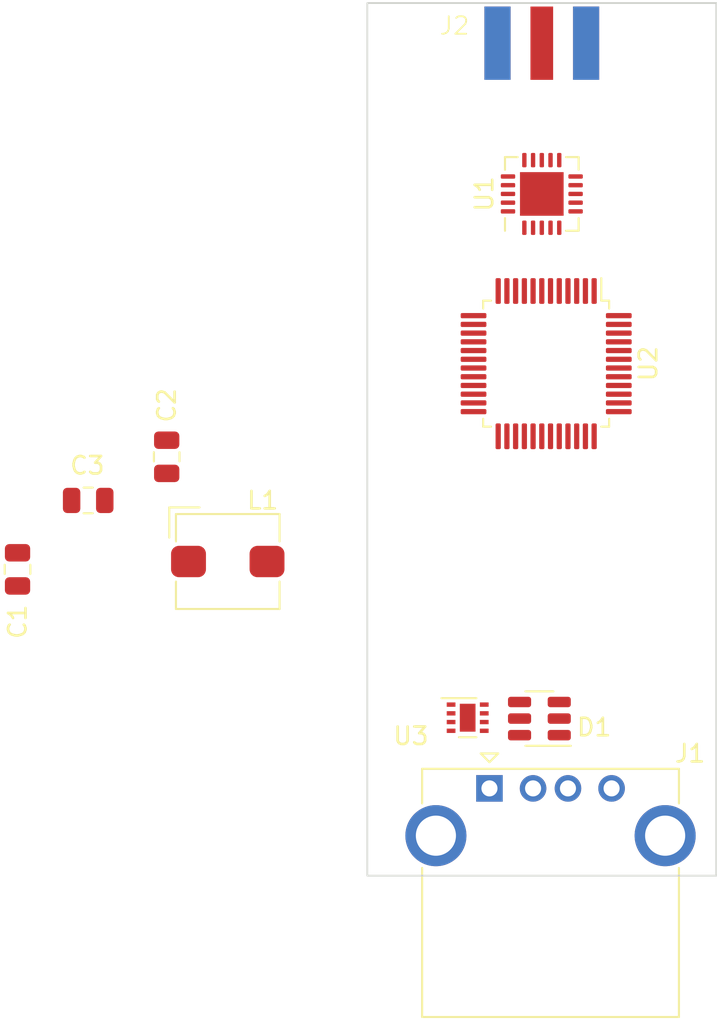
<source format=kicad_pcb>
(kicad_pcb (version 20221018) (generator pcbnew)
  (layers (0 "F.Cu" signal) (1 "In1.Cu" signal) (2 "In2.Cu" signal) (31 "B.Cu" signal) (34 "B.Paste" user) (35 "F.Paste" user) (36 "B.SilkS" user "B.Silkscreen") (37 "F.SilkS" user "F.Silkscreen") (38 "B.Mask" user) (39 "F.Mask" user) (44 "Edge.Cuts" user))
  (net 0 "")
  (net 2 "GND")
  (net 40 "Net-(U2-VSS-Pad23)")
  (net 59 "CS")
  (net 60 "SCLK")
  (net 61 "MOSI")
  (net 62 "MISO")
  (net 63 "D-")
  (net 64 "D+")
  (net 65 "5V")
  (net 66 "3V3")
  (net 68 "EN")
  (net 69 "/SW")
  (footprint "Connector_USB:USB_A_CONNFLY_DS1095-WNR0" (layer "F.Cu") (at 157 115)
    (fp_text reference "J1" (at 11.5 -2) (layer "F.SilkS"))
    (fp_text value "USB_A")
    (fp_line (start -3.86 -1.12) (end -3.86 0.86) (stroke (width 0.12)) (layer "F.SilkS"))
    (fp_line (start -3.86 -1.12) (end 10.86 -1.12) (stroke (width 0.12)) (layer "F.SilkS"))
    (fp_line (start -3.86 4.56) (end -3.86 13.1) (stroke (width 0.12)) (layer "F.SilkS"))
    (fp_line (start -3.86 13.1) (end 10.86 13.1) (stroke (width 0.12)) (layer "F.SilkS"))
    (fp_line (start -0.5 -2) (end 0 -1.5) (stroke (width 0.12)) (layer "F.SilkS"))
    (fp_line (start 0 -1.5) (end 0.5 -2) (stroke (width 0.12)) (layer "F.SilkS"))
    (fp_line (start 0.5 -2) (end -0.5 -2) (stroke (width 0.12)) (layer "F.SilkS"))
    (fp_line (start 10.86 0.86) (end 10.86 -1.12) (stroke (width 0.12)) (layer "F.SilkS"))
    (fp_line (start 10.86 4.56) (end 10.86 13.1) (stroke (width 0.12)) (layer "F.SilkS"))
    (pad "1" thru_hole rect (at 0 0) (size 1.524 1.524) (drill 0.92) (layers "*.Cu" "*.Mask") (net 65 "5V"))
    (pad "2" thru_hole circle (at 2.5 0) (size 1.524 1.524) (drill 0.92) (layers "*.Cu" "*.Mask") (net 64 "D+"))
    (pad "3" thru_hole circle (at 4.5 0) (size 1.524 1.524) (drill 0.92) (layers "*.Cu" "*.Mask") (net 63 "D-"))
    (pad "4" thru_hole circle (at 7 0) (size 1.524 1.524) (drill 0.92) (layers "*.Cu" "*.Mask") (net 2 "GND"))
    (pad "5" thru_hole circle (at -3.07 2.71) (size 3.5 3.5) (drill 2.3) (layers "*.Cu" "*.Mask") (net 2 "GND"))
    (pad "5" thru_hole circle (at 10.07 2.71) (size 3.5 3.5) (drill 2.3) (layers "*.Cu" "*.Mask") (net 2 "GND"))
  )
  (footprint "Package_DFN_QFN:QFN-20-1EP_4x4mm_P0.5mm_EP2.5x2.5mm" (layer "F.Cu") (at 160 80.9375 90)
    (fp_text reference "U1" (at 0 -3.3 90) (layer "F.SilkS"))
    (fp_text value "SPIRIT1")
    (fp_line (start -2.11 2.11) (end -2.11 1.385) (stroke (width 0.12)) (layer "F.SilkS"))
    (fp_line (start -1.385 -2.11) (end -2.11 -2.11) (stroke (width 0.12)) (layer "F.SilkS"))
    (fp_line (start -1.385 2.11) (end -2.11 2.11) (stroke (width 0.12)) (layer "F.SilkS"))
    (fp_line (start 1.385 -2.11) (end 2.11 -2.11) (stroke (width 0.12)) (layer "F.SilkS"))
    (fp_line (start 1.385 2.11) (end 2.11 2.11) (stroke (width 0.12)) (layer "F.SilkS"))
    (fp_line (start 2.11 -2.11) (end 2.11 -1.385) (stroke (width 0.12)) (layer "F.SilkS"))
    (fp_line (start 2.11 2.11) (end 2.11 1.385) (stroke (width 0.12)) (layer "F.SilkS"))
    (pad "1" smd roundrect (at -1.9375 -1 90) (size 0.825 0.25) (layers "F.Cu" "F.Paste" "F.Mask"))
    (pad "2" smd roundrect (at -1.9375 -0.5 90) (size 0.825 0.25) (layers "F.Cu" "F.Paste" "F.Mask") (net 62 "MISO"))
    (pad "3" smd roundrect (at -1.9375 0 90) (size 0.825 0.25) (layers "F.Cu" "F.Paste" "F.Mask") (net 61 "MOSI"))
    (pad "4" smd roundrect (at -1.9375 0.5 90) (size 0.825 0.25) (layers "F.Cu" "F.Paste" "F.Mask") (net 60 "SCLK"))
    (pad "5" smd roundrect (at -1.9375 1 90) (size 0.825 0.25) (layers "F.Cu" "F.Paste" "F.Mask") (net 59 "CS"))
    (pad "6" smd roundrect (at -1 1.9375 90) (size 0.25 0.825) (layers "F.Cu" "F.Paste" "F.Mask"))
    (pad "7" smd roundrect (at -0.5 1.9375 90) (size 0.25 0.825) (layers "F.Cu" "F.Paste" "F.Mask"))
    (pad "8" smd roundrect (at 0 1.9375 90) (size 0.25 0.825) (layers "F.Cu" "F.Paste" "F.Mask"))
    (pad "9" smd roundrect (at 0.5 1.9375 90) (size 0.25 0.825) (layers "F.Cu" "F.Paste" "F.Mask"))
    (pad "10" smd roundrect (at 1 1.9375 90) (size 0.25 0.825) (layers "F.Cu" "F.Paste" "F.Mask"))
    (pad "11" smd roundrect (at 1.9375 1 90) (size 0.825 0.25) (layers "F.Cu" "F.Paste" "F.Mask") (net 2 "GND"))
    (pad "12" smd roundrect (at 1.9375 0.5 90) (size 0.825 0.25) (layers "F.Cu" "F.Paste" "F.Mask"))
    (pad "13" smd roundrect (at 1.9375 0 90) (size 0.825 0.25) (layers "F.Cu" "F.Paste" "F.Mask"))
    (pad "14" smd roundrect (at 1.9375 -0.5 90) (size 0.825 0.25) (layers "F.Cu" "F.Paste" "F.Mask"))
    (pad "15" smd roundrect (at 1.9375 -1 90) (size 0.825 0.25) (layers "F.Cu" "F.Paste" "F.Mask"))
    (pad "16" smd roundrect (at 1 -1.9375 90) (size 0.25 0.825) (layers "F.Cu" "F.Paste" "F.Mask"))
    (pad "17" smd roundrect (at 0.5 -1.9375 90) (size 0.25 0.825) (layers "F.Cu" "F.Paste" "F.Mask"))
    (pad "18" smd roundrect (at 0 -1.9375 90) (size 0.25 0.825) (layers "F.Cu" "F.Paste" "F.Mask"))
    (pad "19" smd roundrect (at -0.5 -1.9375 90) (size 0.25 0.825) (layers "F.Cu" "F.Paste" "F.Mask"))
    (pad "20" smd roundrect (at -1 -1.9375 90) (size 0.25 0.825) (layers "F.Cu" "F.Paste" "F.Mask"))
    (pad "21" smd rect (at 0 0 90) (size 2.5 2.5) (layers "F.Cu" "F.Mask") (net 2 "GND"))
  )
  (footprint "Package_SON:WSON-8-1EP_2x2mm_P0.5mm_EP0.9x1.6mm" (layer "F.Cu") (at 155.75 110.95)
    (fp_text reference "U3" (at -3.25 1.05) (layer "F.SilkS"))
    (fp_text value "LM3676-3.3" hide)
    (fp_line (start -1.5 -1.12) (end 0.5 -1.12) (stroke (width 0.12)) (layer "F.SilkS"))
    (fp_line (start 0.5 1.12) (end -0.5 1.12) (stroke (width 0.12)) (layer "F.SilkS"))
    (pad "1" smd rect (at -0.95 -0.75) (size 0.5 0.25) (layers "F.Cu" "F.Paste" "F.Mask") (net 2 "GND"))
    (pad "2" smd rect (at -0.95 -0.25) (size 0.5 0.25) (layers "F.Cu" "F.Paste" "F.Mask") (net 69 "/SW"))
    (pad "3" smd rect (at -0.95 0.25) (size 0.5 0.25) (layers "F.Cu" "F.Paste" "F.Mask") (net 2 "GND"))
    (pad "4" smd rect (at -0.95 0.75) (size 0.5 0.25) (layers "F.Cu" "F.Paste" "F.Mask") (net 66 "3V3"))
    (pad "5" smd rect (at 0.95 0.75) (size 0.5 0.25) (layers "F.Cu" "F.Paste" "F.Mask") (net 68 "EN"))
    (pad "6" smd rect (at 0.95 0.25) (size 0.5 0.25) (layers "F.Cu" "F.Paste" "F.Mask"))
    (pad "7" smd rect (at 0.95 -0.25) (size 0.5 0.25) (layers "F.Cu" "F.Paste" "F.Mask") (net 2 "GND"))
    (pad "8" smd rect (at 0.95 -0.75) (size 0.5 0.25) (layers "F.Cu" "F.Paste" "F.Mask") (net 65 "5V"))
    (pad "9" smd rect (at 0 0) (size 0.9 1.6) (layers "F.Cu" "F.Mask"))
  )
  (footprint "Package_QFP:LQFP-48_7x7mm_P0.5mm" (layer "F.Cu") (at 160.25 90.6625 -90)
    (fp_text reference "U2" (at 0 -5.85 90) (layer "F.SilkS"))
    (fp_text value "STM32F070C6Tx" hide)
    (fp_line (start -3.61 -3.61) (end -3.61 -3.16) (stroke (width 0.12)) (layer "F.SilkS"))
    (fp_line (start -3.61 -3.16) (end -4.9 -3.16) (stroke (width 0.12)) (layer "F.SilkS"))
    (fp_line (start -3.61 3.61) (end -3.61 3.16) (stroke (width 0.12)) (layer "F.SilkS"))
    (fp_line (start -3.16 -3.61) (end -3.61 -3.61) (stroke (width 0.12)) (layer "F.SilkS"))
    (fp_line (start -3.16 3.61) (end -3.61 3.61) (stroke (width 0.12)) (layer "F.SilkS"))
    (fp_line (start 3.16 -3.61) (end 3.61 -3.61) (stroke (width 0.12)) (layer "F.SilkS"))
    (fp_line (start 3.16 3.61) (end 3.61 3.61) (stroke (width 0.12)) (layer "F.SilkS"))
    (fp_line (start 3.61 -3.61) (end 3.61 -3.16) (stroke (width 0.12)) (layer "F.SilkS"))
    (fp_line (start 3.61 3.61) (end 3.61 3.16) (stroke (width 0.12)) (layer "F.SilkS"))
    (pad "1" smd roundrect (at -4.1625 -2.75 270) (size 1.475 0.3) (layers "F.Cu" "F.Paste" "F.Mask"))
    (pad "2" smd roundrect (at -4.1625 -2.25 270) (size 1.475 0.3) (layers "F.Cu" "F.Paste" "F.Mask"))
    (pad "3" smd roundrect (at -4.1625 -1.75 270) (size 1.475 0.3) (layers "F.Cu" "F.Paste" "F.Mask"))
    (pad "4" smd roundrect (at -4.1625 -1.25 270) (size 1.475 0.3) (layers "F.Cu" "F.Paste" "F.Mask"))
    (pad "5" smd roundrect (at -4.1625 -0.75 270) (size 1.475 0.3) (layers "F.Cu" "F.Paste" "F.Mask"))
    (pad "6" smd roundrect (at -4.1625 -0.25 270) (size 1.475 0.3) (layers "F.Cu" "F.Paste" "F.Mask"))
    (pad "7" smd roundrect (at -4.1625 0.25 270) (size 1.475 0.3) (layers "F.Cu" "F.Paste" "F.Mask"))
    (pad "8" smd roundrect (at -4.1625 0.75 270) (size 1.475 0.3) (layers "F.Cu" "F.Paste" "F.Mask"))
    (pad "9" smd roundrect (at -4.1625 1.25 270) (size 1.475 0.3) (layers "F.Cu" "F.Paste" "F.Mask"))
    (pad "10" smd roundrect (at -4.1625 1.75 270) (size 1.475 0.3) (layers "F.Cu" "F.Paste" "F.Mask"))
    (pad "11" smd roundrect (at -4.1625 2.25 270) (size 1.475 0.3) (layers "F.Cu" "F.Paste" "F.Mask"))
    (pad "12" smd roundrect (at -4.1625 2.75 270) (size 1.475 0.3) (layers "F.Cu" "F.Paste" "F.Mask"))
    (pad "13" smd roundrect (at -2.75 4.1625 270) (size 0.3 1.475) (layers "F.Cu" "F.Paste" "F.Mask"))
    (pad "14" smd roundrect (at -2.25 4.1625 270) (size 0.3 1.475) (layers "F.Cu" "F.Paste" "F.Mask"))
    (pad "15" smd roundrect (at -1.75 4.1625 270) (size 0.3 1.475) (layers "F.Cu" "F.Paste" "F.Mask"))
    (pad "16" smd roundrect (at -1.25 4.1625 270) (size 0.3 1.475) (layers "F.Cu" "F.Paste" "F.Mask"))
    (pad "17" smd roundrect (at -0.75 4.1625 270) (size 0.3 1.475) (layers "F.Cu" "F.Paste" "F.Mask"))
    (pad "18" smd roundrect (at -0.25 4.1625 270) (size 0.3 1.475) (layers "F.Cu" "F.Paste" "F.Mask"))
    (pad "19" smd roundrect (at 0.25 4.1625 270) (size 0.3 1.475) (layers "F.Cu" "F.Paste" "F.Mask"))
    (pad "20" smd roundrect (at 0.75 4.1625 270) (size 0.3 1.475) (layers "F.Cu" "F.Paste" "F.Mask"))
    (pad "21" smd roundrect (at 1.25 4.1625 270) (size 0.3 1.475) (layers "F.Cu" "F.Paste" "F.Mask"))
    (pad "22" smd roundrect (at 1.75 4.1625 270) (size 0.3 1.475) (layers "F.Cu" "F.Paste" "F.Mask"))
    (pad "23" smd roundrect (at 2.25 4.1625 270) (size 0.3 1.475) (layers "F.Cu" "F.Paste" "F.Mask") (net 40 "Net-(U2-VSS-Pad23)"))
    (pad "24" smd roundrect (at 2.75 4.1625 270) (size 0.3 1.475) (layers "F.Cu" "F.Paste" "F.Mask"))
    (pad "25" smd roundrect (at 4.1625 2.75 270) (size 1.475 0.3) (layers "F.Cu" "F.Paste" "F.Mask"))
    (pad "26" smd roundrect (at 4.1625 2.25 270) (size 1.475 0.3) (layers "F.Cu" "F.Paste" "F.Mask"))
    (pad "27" smd roundrect (at 4.1625 1.75 270) (size 1.475 0.3) (layers "F.Cu" "F.Paste" "F.Mask"))
    (pad "28" smd roundrect (at 4.1625 1.25 270) (size 1.475 0.3) (layers "F.Cu" "F.Paste" "F.Mask"))
    (pad "29" smd roundrect (at 4.1625 0.75 270) (size 1.475 0.3) (layers "F.Cu" "F.Paste" "F.Mask"))
    (pad "30" smd roundrect (at 4.1625 0.25 270) (size 1.475 0.3) (layers "F.Cu" "F.Paste" "F.Mask"))
    (pad "31" smd roundrect (at 4.1625 -0.25 270) (size 1.475 0.3) (layers "F.Cu" "F.Paste" "F.Mask"))
    (pad "32" smd roundrect (at 4.1625 -0.75 270) (size 1.475 0.3) (layers "F.Cu" "F.Paste" "F.Mask") (net 63 "D-"))
    (pad "33" smd roundrect (at 4.1625 -1.25 270) (size 1.475 0.3) (layers "F.Cu" "F.Paste" "F.Mask") (net 64 "D+"))
    (pad "34" smd roundrect (at 4.1625 -1.75 270) (size 1.475 0.3) (layers "F.Cu" "F.Paste" "F.Mask"))
    (pad "35" smd roundrect (at 4.1625 -2.25 270) (size 1.475 0.3) (layers "F.Cu" "F.Paste" "F.Mask") (net 40 "Net-(U2-VSS-Pad23)"))
    (pad "36" smd roundrect (at 4.1625 -2.75 270) (size 1.475 0.3) (layers "F.Cu" "F.Paste" "F.Mask"))
    (pad "37" smd roundrect (at 2.75 -4.1625 270) (size 0.3 1.475) (layers "F.Cu" "F.Paste" "F.Mask"))
    (pad "38" smd roundrect (at 2.25 -4.1625 270) (size 0.3 1.475) (layers "F.Cu" "F.Paste" "F.Mask"))
    (pad "39" smd roundrect (at 1.75 -4.1625 270) (size 0.3 1.475) (layers "F.Cu" "F.Paste" "F.Mask") (net 60 "SCLK"))
    (pad "40" smd roundrect (at 1.25 -4.1625 270) (size 0.3 1.475) (layers "F.Cu" "F.Paste" "F.Mask") (net 62 "MISO"))
    (pad "41" smd roundrect (at 0.75 -4.1625 270) (size 0.3 1.475) (layers "F.Cu" "F.Paste" "F.Mask") (net 61 "MOSI"))
    (pad "42" smd roundrect (at 0.25 -4.1625 270) (size 0.3 1.475) (layers "F.Cu" "F.Paste" "F.Mask") (net 59 "CS"))
    (pad "43" smd roundrect (at -0.25 -4.1625 270) (size 0.3 1.475) (layers "F.Cu" "F.Paste" "F.Mask"))
    (pad "44" smd roundrect (at -0.75 -4.1625 270) (size 0.3 1.475) (layers "F.Cu" "F.Paste" "F.Mask"))
    (pad "45" smd roundrect (at -1.25 -4.1625 270) (size 0.3 1.475) (layers "F.Cu" "F.Paste" "F.Mask"))
    (pad "46" smd roundrect (at -1.75 -4.1625 270) (size 0.3 1.475) (layers "F.Cu" "F.Paste" "F.Mask"))
    (pad "47" smd roundrect (at -2.25 -4.1625 270) (size 0.3 1.475) (layers "F.Cu" "F.Paste" "F.Mask") (net 40 "Net-(U2-VSS-Pad23)"))
    (pad "48" smd roundrect (at -2.75 -4.1625 270) (size 0.3 1.475) (layers "F.Cu" "F.Paste" "F.Mask"))
  )
  (footprint "Package_TO_SOT_SMD:TSOT-23-6" (layer "F.Cu") (at 159.8625 111 180)
    (fp_text reference "D1" (at -3.1375 -0.5) (layer "F.SilkS"))
    (fp_text value "DTS2042-04TS" hide)
    (fp_line (start 0 -1.56) (end -1.8 -1.56) (stroke (width 0.12)) (layer "F.SilkS"))
    (fp_line (start 0 -1.56) (end 0.8 -1.56) (stroke (width 0.12)) (layer "F.SilkS"))
    (fp_line (start 0 1.56) (end -0.8 1.56) (stroke (width 0.12)) (layer "F.SilkS"))
    (fp_line (start 0 1.56) (end 0.8 1.56) (stroke (width 0.12)) (layer "F.SilkS"))
    (pad "1" smd roundrect (at -1.1375 -0.95 180) (size 1.325 0.6) (layers "F.Cu" "F.Paste" "F.Mask") (net 64 "D+"))
    (pad "2" smd roundrect (at -1.1375 0 180) (size 1.325 0.6) (layers "F.Cu" "F.Paste" "F.Mask") (net 2 "GND"))
    (pad "3" smd roundrect (at -1.1375 0.95 180) (size 1.325 0.6) (layers "F.Cu" "F.Paste" "F.Mask") (net 63 "D-"))
    (pad "4" smd roundrect (at 1.1375 0.95 180) (size 1.325 0.6) (layers "F.Cu" "F.Paste" "F.Mask") (net 65 "5V"))
    (pad "5" smd roundrect (at 1.1375 0 180) (size 1.325 0.6) (layers "F.Cu" "F.Paste" "F.Mask"))
    (pad "6" smd roundrect (at 1.1375 -0.95 180) (size 1.325 0.6) (layers "F.Cu" "F.Paste" "F.Mask") (net 65 "5V"))
  )
  (footprint "Capacitor_SMD:C_0805_2012Metric" (layer "F.Cu") (at 138.5 96 -90)
    (fp_text reference "C2" (at -2.95 0 90) (layer "F.SilkS"))
    (fp_text value "10u" hide)
    (fp_line (start -0.261252 -0.735) (end 0.261252 -0.735) (stroke (width 0.12)) (layer "F.SilkS"))
    (fp_line (start -0.261252 0.735) (end 0.261252 0.735) (stroke (width 0.12)) (layer "F.SilkS"))
    (pad "1" smd roundrect (at -0.95 0 270) (size 1 1.45) (layers "F.Cu" "F.Paste" "F.Mask") (net 66 "3V3"))
    (pad "2" smd roundrect (at 0.95 0 270) (size 1 1.45) (layers "F.Cu" "F.Paste" "F.Mask") (net 2 "GND"))
  )
  (footprint "Capacitor_SMD:C_0805_2012Metric" (layer "F.Cu") (at 129.95 102.45 90)
    (fp_text reference "C1" (at -3 0 90) (layer "F.SilkS"))
    (fp_text value "4u7" hide)
    (fp_line (start -0.261252 -0.735) (end 0.261252 -0.735) (stroke (width 0.12)) (layer "F.SilkS"))
    (fp_line (start -0.261252 0.735) (end 0.261252 0.735) (stroke (width 0.12)) (layer "F.SilkS"))
    (pad "1" smd roundrect (at -0.95 0 90) (size 1 1.45) (layers "F.Cu" "F.Paste" "F.Mask") (net 65 "5V"))
    (pad "2" smd roundrect (at 0.95 0 90) (size 1 1.45) (layers "F.Cu" "F.Paste" "F.Mask") (net 2 "GND"))
  )
  (footprint "Capacitor_SMD:C_0805_2012Metric" (layer "F.Cu") (at 134 98.5 180)
    (fp_text reference "C3" (at 0.05 2) (layer "F.SilkS"))
    (fp_text value "100n" hide)
    (fp_line (start -0.261252 -0.735) (end 0.261252 -0.735) (stroke (width 0.12)) (layer "F.SilkS"))
    (fp_line (start -0.261252 0.735) (end 0.261252 0.735) (stroke (width 0.12)) (layer "F.SilkS"))
    (pad "1" smd roundrect (at -0.95 0 180) (size 1 1.45) (layers "F.Cu" "F.Paste" "F.Mask") (net 66 "3V3"))
    (pad "2" smd roundrect (at 0.95 0 180) (size 1 1.45) (layers "F.Cu" "F.Paste" "F.Mask") (net 2 "GND"))
  )
  (footprint "pcrap:SMA_EdgeMount" (layer "F.Cu") (at 160 71.3 180)
    (fp_text reference "J2" (at 5 0 unlocked) (layer "F.SilkS") (effects (font (thickness 0.1))))
    (fp_text value "Conn_Coaxial" hide)
    (pad "1" smd rect (at 0 -1) (size 1.3 4.2) (layers "F.Cu" "F.Paste" "F.Mask"))
    (pad "2" smd rect (at -2.54 -1) (size 1.5 4.2) (layers "F.Cu" "F.Paste" "F.Mask") (net 2 "GND"))
    (pad "2" smd rect (at -2.54 -1 180) (size 1.5 4.2) (layers "B.Cu" "B.Paste" "B.Mask") (net 2 "GND"))
    (pad "2" smd rect (at 2.54 -1) (size 1.5 4.2) (layers "F.Cu" "F.Paste" "F.Mask") (net 2 "GND"))
    (pad "2" smd rect (at 2.54 -1) (size 1.5 4.2) (layers "B.Cu" "B.Paste" "B.Mask") (net 2 "GND"))
  )
  (footprint "Inductor_SMD:L_Bourns_SRP5030T" (layer "F.Cu") (at 142 102)
    (fp_text reference "L1" (at 2 -3.5) (layer "F.SilkS"))
    (fp_text value "2u2" hide)
    (fp_line (start -3.35 -3.1) (end -1.62 -3.1) (stroke (width 0.12)) (layer "F.SilkS"))
    (fp_line (start -3.35 -1.37) (end -3.35 -3.1) (stroke (width 0.12)) (layer "F.SilkS"))
    (fp_line (start -2.97 -2.72) (end -2.97 -1.15) (stroke (width 0.12)) (layer "F.SilkS"))
    (fp_line (start -2.97 -2.72) (end 2.97 -2.72) (stroke (width 0.12)) (layer "F.SilkS"))
    (fp_line (start -2.97 1.15) (end -2.97 2.72) (stroke (width 0.12)) (layer "F.SilkS"))
    (fp_line (start -2.97 2.72) (end 2.97 2.72) (stroke (width 0.12)) (layer "F.SilkS"))
    (fp_line (start 2.97 -2.72) (end 2.97 -1.15) (stroke (width 0.12)) (layer "F.SilkS"))
    (fp_line (start 2.97 1.15) (end 2.97 2.72) (stroke (width 0.12)) (layer "F.SilkS"))
    (pad "1" smd roundrect (at -2.25 0) (size 2 1.8) (layers "F.Cu" "F.Paste" "F.Mask") (net 69 "/SW"))
    (pad "2" smd roundrect (at 2.25 0) (size 2 1.8) (layers "F.Cu" "F.Paste" "F.Mask") (net 66 "3V3"))
  )
  (gr_rect (start 150 70) (end 170 120) (stroke (width 0.1)) (fill none) (layer "Edge.Cuts"))
)
</source>
